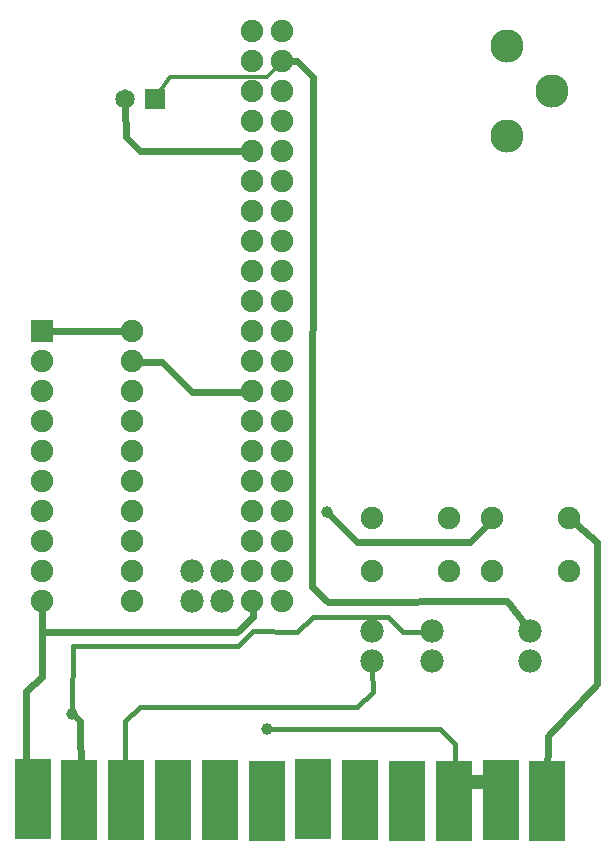
<source format=gbl>
G04 MADE WITH FRITZING*
G04 WWW.FRITZING.ORG*
G04 DOUBLE SIDED*
G04 HOLES PLATED*
G04 CONTOUR ON CENTER OF CONTOUR VECTOR*
%ASAXBY*%
%FSLAX23Y23*%
%MOIN*%
%OFA0B0*%
%SFA1.0B1.0*%
%ADD10C,0.075361*%
%ADD11C,0.039370*%
%ADD12C,0.075000*%
%ADD13C,0.110551*%
%ADD14C,0.078000*%
%ADD15C,0.065000*%
%ADD16R,0.075000X0.075000*%
%ADD17R,0.119522X0.270594*%
%ADD18R,0.051181X0.141823*%
%ADD19C,0.024000*%
%ADD20C,0.016000*%
%ADD21C,0.012000*%
%ADD22C,0.048000*%
%ADD23R,0.001000X0.001000*%
%LNCOPPER0*%
G90*
G70*
G54D10*
X988Y2708D03*
X988Y2608D03*
X988Y2508D03*
X988Y2408D03*
X988Y2308D03*
X988Y2208D03*
X988Y2108D03*
X988Y2008D03*
X988Y1908D03*
X988Y1808D03*
X988Y1708D03*
X988Y1608D03*
X988Y1508D03*
X988Y1408D03*
X988Y1308D03*
X988Y1208D03*
X988Y1108D03*
X988Y1008D03*
X988Y908D03*
X988Y808D03*
X1088Y808D03*
X1088Y908D03*
X1088Y1008D03*
X1088Y1108D03*
X1088Y1208D03*
X1088Y1308D03*
X1088Y1408D03*
X1088Y1508D03*
X1088Y1608D03*
X1088Y1708D03*
X1088Y1808D03*
X1088Y1908D03*
X1088Y2008D03*
X1088Y2108D03*
X1088Y2208D03*
X1088Y2308D03*
X1088Y2408D03*
X1088Y2508D03*
X1088Y2608D03*
X1088Y2708D03*
G54D11*
X388Y433D03*
G54D12*
X288Y1708D03*
X588Y1708D03*
X288Y1608D03*
X588Y1608D03*
X288Y1508D03*
X588Y1508D03*
X288Y1408D03*
X588Y1408D03*
X288Y1308D03*
X588Y1308D03*
X288Y1208D03*
X588Y1208D03*
X288Y1108D03*
X588Y1108D03*
X288Y1008D03*
X588Y1008D03*
X288Y908D03*
X588Y908D03*
X288Y808D03*
X588Y808D03*
G54D13*
X1988Y2508D03*
X1838Y2358D03*
X1838Y2658D03*
G54D14*
X1913Y708D03*
X1913Y608D03*
G54D12*
X2044Y908D03*
X1788Y908D03*
X2044Y1085D03*
X1788Y1085D03*
X1644Y908D03*
X1388Y908D03*
X1644Y1085D03*
X1388Y1085D03*
G54D14*
X1588Y708D03*
X1588Y608D03*
X1388Y708D03*
X1388Y608D03*
X888Y908D03*
X888Y808D03*
X788Y908D03*
X788Y808D03*
G54D11*
X1237Y1107D03*
G54D15*
X663Y2483D03*
X563Y2483D03*
G54D11*
X1038Y383D03*
G54D16*
X288Y1708D03*
G54D17*
X1659Y144D03*
X255Y150D03*
X1970Y143D03*
X1816Y146D03*
X1503Y144D03*
X1346Y147D03*
X1191Y148D03*
X1035Y144D03*
X879Y147D03*
X724Y146D03*
X568Y147D03*
X410Y146D03*
G54D18*
X1499Y158D03*
X415Y158D03*
X1971Y147D03*
X1024Y155D03*
X1194Y155D03*
X1671Y155D03*
X1345Y155D03*
X564Y155D03*
X1815Y155D03*
X873Y155D03*
X715Y155D03*
X232Y167D03*
G54D19*
X2138Y532D02*
X2138Y1007D01*
D02*
X2138Y1007D02*
X2066Y1066D01*
D02*
X1973Y359D02*
X2138Y532D01*
D02*
X1971Y212D02*
X1973Y359D01*
D02*
X288Y557D02*
X288Y779D01*
D02*
X232Y508D02*
X288Y557D01*
D02*
X232Y232D02*
X232Y508D01*
D02*
X989Y757D02*
X989Y776D01*
D02*
X937Y707D02*
X989Y757D01*
D02*
X287Y706D02*
X937Y707D01*
D02*
X288Y779D02*
X287Y706D01*
D02*
X415Y224D02*
X414Y408D01*
D02*
X414Y408D02*
X402Y420D01*
D02*
X788Y1506D02*
X957Y1507D01*
D02*
X688Y1606D02*
X788Y1506D01*
D02*
X617Y1607D02*
X688Y1606D01*
G54D20*
D02*
X389Y659D02*
X388Y446D01*
D02*
X989Y708D02*
X939Y659D01*
D02*
X939Y659D02*
X389Y659D01*
D02*
X1138Y706D02*
X989Y708D01*
D02*
X1189Y757D02*
X1138Y706D01*
D02*
X1439Y757D02*
X1189Y757D01*
D02*
X1490Y706D02*
X1439Y757D01*
D02*
X1564Y707D02*
X1490Y706D01*
G54D19*
D02*
X1189Y2557D02*
X1138Y2608D01*
D02*
X1138Y2608D02*
X1120Y2608D01*
D02*
X1239Y807D02*
X1188Y857D01*
D02*
X1188Y857D02*
X1189Y2557D01*
D02*
X1838Y808D02*
X1239Y807D01*
D02*
X1895Y732D02*
X1838Y808D01*
G54D20*
D02*
X564Y408D02*
X564Y221D01*
D02*
X613Y457D02*
X564Y408D01*
D02*
X1338Y457D02*
X613Y457D01*
D02*
X1389Y507D02*
X1338Y457D01*
D02*
X1388Y583D02*
X1389Y507D01*
G54D19*
D02*
X1815Y155D02*
X1816Y146D01*
D02*
X564Y155D02*
X568Y147D01*
D02*
X1345Y155D02*
X1346Y147D01*
D02*
X1671Y155D02*
X1659Y144D01*
D02*
X1194Y155D02*
X1191Y148D01*
D02*
X1035Y144D02*
X1024Y155D01*
D02*
X1971Y147D02*
X1971Y133D01*
D02*
X410Y146D02*
X415Y158D01*
D02*
X1503Y144D02*
X1499Y158D01*
D02*
X252Y152D02*
X255Y150D01*
D02*
X715Y155D02*
X724Y146D01*
D02*
X879Y147D02*
X873Y155D01*
D02*
X1338Y1006D02*
X1714Y1006D01*
D02*
X1251Y1094D02*
X1338Y1006D01*
D02*
X1714Y1006D02*
X1769Y1064D01*
G54D21*
D02*
X1038Y2557D02*
X1070Y2589D01*
D02*
X714Y2557D02*
X1038Y2557D01*
D02*
X674Y2499D02*
X714Y2557D01*
G54D19*
D02*
X560Y1708D02*
X317Y1708D01*
D02*
X565Y2357D02*
X614Y2308D01*
D02*
X614Y2308D02*
X957Y2308D01*
D02*
X564Y2458D02*
X565Y2357D01*
G54D20*
D02*
X1613Y383D02*
X1057Y383D01*
D02*
X1663Y332D02*
X1613Y383D01*
D02*
X1662Y274D02*
X1663Y332D01*
G54D22*
D02*
X1813Y207D02*
X1815Y155D01*
D02*
X1664Y207D02*
X1813Y207D01*
D02*
X1671Y155D02*
X1664Y207D01*
G54D19*
D02*
X255Y145D02*
X255Y150D01*
D02*
X1970Y142D02*
X1971Y147D01*
G54D23*
X631Y2515D02*
X695Y2515D01*
X631Y2514D02*
X695Y2514D01*
X631Y2513D02*
X695Y2513D01*
X631Y2512D02*
X695Y2512D01*
X631Y2511D02*
X695Y2511D01*
X631Y2510D02*
X695Y2510D01*
X631Y2509D02*
X695Y2509D01*
X631Y2508D02*
X695Y2508D01*
X631Y2507D02*
X695Y2507D01*
X631Y2506D02*
X695Y2506D01*
X631Y2505D02*
X695Y2505D01*
X631Y2504D02*
X695Y2504D01*
X631Y2503D02*
X695Y2503D01*
X631Y2502D02*
X695Y2502D01*
X631Y2501D02*
X695Y2501D01*
X631Y2500D02*
X695Y2500D01*
X631Y2499D02*
X695Y2499D01*
X631Y2498D02*
X695Y2498D01*
X631Y2497D02*
X662Y2497D01*
X664Y2497D02*
X695Y2497D01*
X631Y2496D02*
X657Y2496D01*
X668Y2496D02*
X695Y2496D01*
X631Y2495D02*
X655Y2495D01*
X670Y2495D02*
X695Y2495D01*
X631Y2494D02*
X654Y2494D01*
X672Y2494D02*
X695Y2494D01*
X631Y2493D02*
X653Y2493D01*
X673Y2493D02*
X695Y2493D01*
X631Y2492D02*
X652Y2492D01*
X674Y2492D02*
X695Y2492D01*
X631Y2491D02*
X651Y2491D01*
X675Y2491D02*
X695Y2491D01*
X631Y2490D02*
X650Y2490D01*
X675Y2490D02*
X695Y2490D01*
X631Y2489D02*
X650Y2489D01*
X676Y2489D02*
X695Y2489D01*
X631Y2488D02*
X649Y2488D01*
X676Y2488D02*
X695Y2488D01*
X631Y2487D02*
X649Y2487D01*
X676Y2487D02*
X695Y2487D01*
X631Y2486D02*
X649Y2486D01*
X677Y2486D02*
X695Y2486D01*
X631Y2485D02*
X649Y2485D01*
X677Y2485D02*
X695Y2485D01*
X631Y2484D02*
X649Y2484D01*
X677Y2484D02*
X695Y2484D01*
X631Y2483D02*
X649Y2483D01*
X677Y2483D02*
X695Y2483D01*
X631Y2482D02*
X649Y2482D01*
X677Y2482D02*
X695Y2482D01*
X631Y2481D02*
X649Y2481D01*
X677Y2481D02*
X695Y2481D01*
X631Y2480D02*
X649Y2480D01*
X677Y2480D02*
X695Y2480D01*
X631Y2479D02*
X649Y2479D01*
X676Y2479D02*
X695Y2479D01*
X631Y2478D02*
X650Y2478D01*
X676Y2478D02*
X695Y2478D01*
X631Y2477D02*
X650Y2477D01*
X675Y2477D02*
X695Y2477D01*
X631Y2476D02*
X651Y2476D01*
X675Y2476D02*
X695Y2476D01*
X631Y2475D02*
X651Y2475D01*
X674Y2475D02*
X695Y2475D01*
X631Y2474D02*
X652Y2474D01*
X673Y2474D02*
X695Y2474D01*
X631Y2473D02*
X653Y2473D01*
X672Y2473D02*
X695Y2473D01*
X631Y2472D02*
X654Y2472D01*
X671Y2472D02*
X695Y2472D01*
X631Y2471D02*
X656Y2471D01*
X669Y2471D02*
X695Y2471D01*
X631Y2470D02*
X659Y2470D01*
X667Y2470D02*
X695Y2470D01*
X631Y2469D02*
X695Y2469D01*
X631Y2468D02*
X695Y2468D01*
X631Y2467D02*
X695Y2467D01*
X631Y2466D02*
X695Y2466D01*
X631Y2465D02*
X695Y2465D01*
X631Y2464D02*
X695Y2464D01*
X631Y2463D02*
X695Y2463D01*
X631Y2462D02*
X695Y2462D01*
X631Y2461D02*
X695Y2461D01*
X631Y2460D02*
X695Y2460D01*
X631Y2459D02*
X695Y2459D01*
X631Y2458D02*
X695Y2458D01*
X631Y2457D02*
X695Y2457D01*
X631Y2456D02*
X695Y2456D01*
X631Y2455D02*
X695Y2455D01*
X631Y2454D02*
X695Y2454D01*
X631Y2453D02*
X695Y2453D01*
X631Y2452D02*
X695Y2452D01*
X631Y2451D02*
X695Y2451D01*
D02*
G04 End of Copper0*
M02*
</source>
